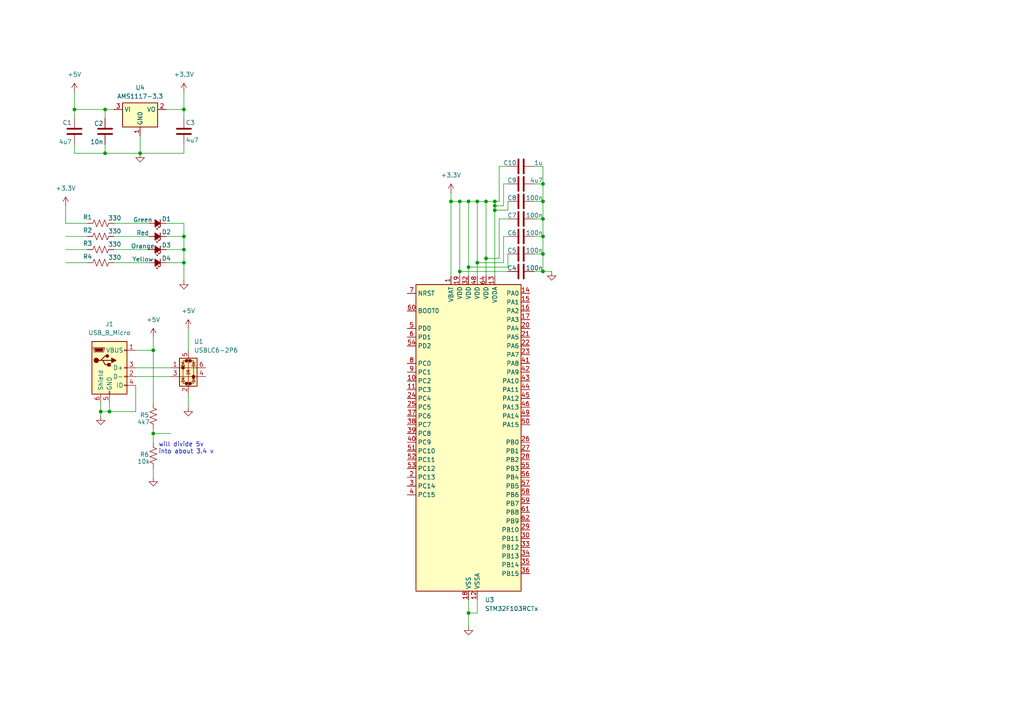
<source format=kicad_sch>
(kicad_sch (version 20231120) (generator "eeschema") (generator_version "8.0")
  (paper "A4")
  (title_block (title "Black Magic RC") (date "2025-01-15") (rev "0") (company "AHAH_TERROR"))
  (lib_symbols
    (symbol "Connector:USB_B_Micro" (pin_names (offset 1.016))
      (property "Reference" "J" (at -5.08 11.43 0))
      (property "Value" "USB_B_Micro" (at -5.08 8.89 0))
      (symbol "USB_B_Micro_0_1"
        (rectangle (start -5.08 -7.62) (end 5.08 7.62) (stroke (width 0.254)) (fill (type background)))
        (circle (center -3.81 2.159) (radius 0.635) (stroke (width 0.254)) (fill (type outline)))
        (circle (center -0.635 3.429) (radius 0.381) (stroke (width 0.254)) (fill (type outline)))
        (rectangle (start -0.127 -7.62) (end 0.127 -6.858))
        (polyline (pts (xy -1.905 2.159) (xy 0.635 2.159)) (stroke (width 0.254)))
        (polyline (pts (xy -3.175 2.159) (xy -2.54 2.159) (xy -1.27 3.429) (xy -0.635 3.429)) (stroke (width 0.254)))
        (polyline (pts (xy -2.54 2.159) (xy -1.905 2.159) (xy -1.27 0.889) (xy 0 0.889)) (stroke (width 0.254)))
        (polyline (pts (xy 0.635 2.794) (xy 0.635 1.524) (xy 1.905 2.159) (xy 0.635 2.794)) (stroke (width 0.254)) (fill (type outline)))
        (polyline (pts (xy -4.318 5.588) (xy -1.778 5.588) (xy -2.032 4.826) (xy -4.064 4.826) (xy -4.318 5.588)) (fill (type outline)))
        (polyline (pts (xy -4.699 5.842) (xy -4.699 5.588) (xy -4.445 4.826) (xy -4.445 4.572) (xy -1.651 4.572) (xy -1.651 4.826) (xy -1.397 5.588) (xy -1.397 5.842) (xy -4.699 5.842)))
        (rectangle (start 0.254 1.27) (end -0.508 0.508) (stroke (width 0.254)) (fill (type outline)))
        (rectangle (start 5.08 -5.207) (end 4.318 -4.953))
        (rectangle (start 5.08 -2.667) (end 4.318 -2.413))
        (rectangle (start 5.08 -0.127) (end 4.318 0.127))
        (rectangle (start 5.08 4.953) (end 4.318 5.207))
      )
      (symbol "USB_B_Micro_1_1"
        (pin power_out line (at 7.62 5.08 180) (length 2.54) (name "VBUS") (number "1"))
        (pin bidirectional line (at 7.62 -2.54 180) (length 2.54) (name "D-") (number "2"))
        (pin bidirectional line (at 7.62 0 180) (length 2.54) (name "D+") (number "3"))
        (pin passive line (at 7.62 -5.08 180) (length 2.54) (name "ID") (number "4"))
        (pin power_out line (at 0 -10.16 90) (length 2.54) (name "GND") (number "5"))
        (pin passive line (at -2.54 -10.16 90) (length 2.54) (name "Shield") (number "6"))
      )
    )
    (symbol "Device:C" (pin_numbers hide) (pin_names (offset 0.254))
      (property "Reference" "C" (at 0.635 2.54 0))
      (property "Value" "C" (at 0.635 -2.54 0))
      (symbol "C_0_1"
        (polyline (pts (xy -2.032 -0.762) (xy 2.032 -0.762)) (stroke (width 0.508)))
        (polyline (pts (xy -2.032 0.762) (xy 2.032 0.762)) (stroke (width 0.508)))
      )
      (symbol "C_1_1"
        (pin passive line (at 0 3.81 270) (length 2.794) (name "~") (number "1"))
        (pin passive line (at 0 -3.81 90) (length 2.794) (name "~") (number "2"))
      )
    )
    (symbol "Device:Crystal_GND2_Small" (pin_names (offset 1.016) hide)
      (property "Reference" "Y" (at 0 5.08 0))
      (property "Value" "Crystal_GND2_Small" (at 0 3.175 0))
      (symbol "Crystal_GND2_Small_0_1"
        (rectangle (start -0.762 -1.524) (end 0.762 1.524))
        (polyline (pts (xy -1.27 -0.762) (xy -1.27 0.762)) (stroke (width 0.381)))
        (polyline (pts (xy 1.27 -0.762) (xy 1.27 0.762)) (stroke (width 0.381)))
        (polyline (pts (xy -1.27 -1.27) (xy -1.27 -1.905) (xy 1.27 -1.905) (xy 1.27 -1.27)))
      )
      (symbol "Crystal_GND2_Small_1_1"
        (pin passive line (at -2.54 0 0) (length 1.27) (name "1") (number "1"))
        (pin passive line (at 0 -2.54 90) (length 0.635) (name "2") (number "2"))
        (pin passive line (at 2.54 0 180) (length 1.27) (name "3") (number "3"))
      )
    )
    (symbol "Device:LED_Small_Filled" (pin_numbers hide) (pin_names (offset 0.254) hide)
      (property "Reference" "D" (at -1.27 3.175 0))
      (property "Value" "LED_Small_Filled" (at -4.445 -2.54 0))
      (symbol "LED_Small_Filled_0_1"
        (polyline (pts (xy -0.762 -1.016) (xy -0.762 1.016)) (stroke (width 0.254)))
        (polyline (pts (xy 1.016 0) (xy -0.762 0)))
        (polyline (pts (xy 0.762 -1.016) (xy -0.762 0) (xy 0.762 1.016) (xy 0.762 -1.016)) (stroke (width 0.254)) (fill (type outline)))
        (polyline (pts (xy 0 0.762) (xy -0.508 1.27) (xy -0.254 1.27) (xy -0.508 1.27) (xy -0.508 1.016)))
        (polyline (pts (xy 0.508 1.27) (xy 0 1.778) (xy 0.254 1.778) (xy 0 1.778) (xy 0 1.524)))
      )
      (symbol "LED_Small_Filled_1_1"
        (pin passive line (at -2.54 0 0) (length 1.778) (name "K") (number "1"))
        (pin passive line (at 2.54 0 180) (length 1.778) (name "A") (number "2"))
      )
    )
    (symbol "Device:Q_Dual_NMOS_S1G1D2S2G2D1" (pin_names (offset 0) hide)
      (property "Reference" "Q" (at 6.35 1.27 0))
      (property "Value" "Q_Dual_NMOS_S1G1D2S2G2D1" (at 19.05 -1.27 0))
      (symbol "Q_Dual_NMOS_S1G1D2S2G2D1_0_1"
        (polyline (pts (xy 0.254 0) (xy -2.54 0)))
        (polyline (pts (xy 0.254 1.905) (xy 0.254 -1.905)) (stroke (width 0.254)))
        (polyline (pts (xy 0.762 -1.27) (xy 0.762 -2.286)) (stroke (width 0.254)))
        (polyline (pts (xy 0.762 0.508) (xy 0.762 -0.508)) (stroke (width 0.254)))
        (polyline (pts (xy 0.762 2.286) (xy 0.762 1.27)) (stroke (width 0.254)))
        (polyline (pts (xy 2.54 2.54) (xy 2.54 1.778)))
        (polyline (pts (xy 2.54 -2.54) (xy 2.54 0) (xy 0.762 0)))
        (polyline (pts (xy 0.762 -1.778) (xy 3.302 -1.778) (xy 3.302 1.778) (xy 0.762 1.778)))
        (polyline (pts (xy 1.016 0) (xy 2.032 0.381) (xy 2.032 -0.381) (xy 1.016 0)) (fill (type outline)))
        (polyline (pts (xy 2.794 0.508) (xy 2.921 0.381) (xy 3.683 0.381) (xy 3.81 0.254)))
        (polyline (pts (xy 3.302 0.381) (xy 2.921 -0.254) (xy 3.683 -0.254) (xy 3.302 0.381)))
        (circle (center 1.651 0) (radius 2.794) (stroke (width 0.254)))
        (circle (center 2.54 -1.778) (radius 0.254) (fill (type outline)))
        (circle (center 2.54 1.778) (radius 0.254) (fill (type outline)))
      )
      (symbol "Q_Dual_NMOS_S1G1D2S2G2D1_1_1"
        (pin passive line (at 2.54 -5.08 90) (length 2.54) (name "S") (number "1"))
        (pin input line (at -5.08 0 0) (length 2.54) (name "G") (number "2"))
        (pin passive line (at 2.54 5.08 270) (length 2.54) (name "D") (number "6"))
      )
      (symbol "Q_Dual_NMOS_S1G1D2S2G2D1_2_1"
        (pin passive line (at 2.54 5.08 270) (length 2.54) (name "D") (number "3"))
        (pin passive line (at 2.54 -5.08 90) (length 2.54) (name "S") (number "4"))
        (pin input line (at -5.08 0 0) (length 2.54) (name "G") (number "5"))
      )
    )
    (symbol "Device:Q_Dual_PMOS_S1G1D2S2G2D1" (pin_names (offset 0) hide)
      (property "Reference" "Q" (at 6.35 1.27 0))
      (property "Value" "Q_Dual_PMOS_S1G1D2S2G2D1" (at 19.05 -1.27 0))
      (symbol "Q_Dual_PMOS_S1G1D2S2G2D1_0_1"
        (polyline (pts (xy 0.254 0) (xy -2.54 0)))
        (polyline (pts (xy 0.254 1.905) (xy 0.254 -1.905)) (stroke (width 0.254)))
        (polyline (pts (xy 0.762 -1.27) (xy 0.762 -2.286)) (stroke (width 0.254)))
        (polyline (pts (xy 0.762 0.508) (xy 0.762 -0.508)) (stroke (width 0.254)))
        (polyline (pts (xy 0.762 2.286) (xy 0.762 1.27)) (stroke (width 0.254)))
        (polyline (pts (xy 2.54 2.54) (xy 2.54 1.778)))
        (polyline (pts (xy 2.54 -2.54) (xy 2.54 0) (xy 0.762 0)))
        (polyline (pts (xy 0.762 1.778) (xy 3.302 1.778) (xy 3.302 -1.778) (xy 0.762 -1.778)))
        (polyline (pts (xy 2.286 0) (xy 1.27 0.381) (xy 1.27 -0.381) (xy 2.286 0)) (fill (type outline)))
        (polyline (pts (xy 2.794 -0.508) (xy 2.921 -0.381) (xy 3.683 -0.381) (xy 3.81 -0.254)))
        (polyline (pts (xy 3.302 -0.381) (xy 2.921 0.254) (xy 3.683 0.254) (xy 3.302 -0.381)))
        (circle (center 1.651 0) (radius 2.794) (stroke (width 0.254)))
        (circle (center 2.54 -1.778) (radius 0.254) (fill (type outline)))
        (circle (center 2.54 1.778) (radius 0.254) (fill (type outline)))
      )
      (symbol "Q_Dual_PMOS_S1G1D2S2G2D1_1_1"
        (pin passive line (at 2.54 -5.08 90) (length 2.54) (name "S") (number "1"))
        (pin input line (at -5.08 0 0) (length 2.54) (name "G") (number "2"))
        (pin passive line (at 2.54 5.08 270) (length 2.54) (name "D") (number "6"))
      )
      (symbol "Q_Dual_PMOS_S1G1D2S2G2D1_2_1"
        (pin passive line (at 2.54 5.08 270) (length 2.54) (name "D") (number "3"))
        (pin passive line (at 2.54 -5.08 90) (length 2.54) (name "S") (number "4"))
        (pin input line (at -5.08 0 0) (length 2.54) (name "G") (number "5"))
      )
    )
    (symbol "Device:R_US" (pin_numbers hide) (pin_names (offset 0))
      (property "Reference" "R" (at 2.54 0 90))
      (property "Value" "R_US" (at -2.54 0 90))
      (symbol "R_US_0_1"
        (polyline (pts (xy 0 -2.286) (xy 0 -2.54)))
        (polyline (pts (xy 0 2.286) (xy 0 2.54)))
        (polyline (pts (xy 0 -0.762) (xy 1.016 -1.143) (xy 0 -1.524) (xy -1.016 -1.905) (xy 0 -2.286)))
        (polyline (pts (xy 0 0.762) (xy 1.016 0.381) (xy 0 0) (xy -1.016 -0.381) (xy 0 -0.762)))
        (polyline (pts (xy 0 2.286) (xy 1.016 1.905) (xy 0 1.524) (xy -1.016 1.143) (xy 0 0.762)))
      )
      (symbol "R_US_1_1"
        (pin passive line (at 0 3.81 270) (length 1.27) (name "~") (number "1"))
        (pin passive line (at 0 -3.81 90) (length 1.27) (name "~") (number "2"))
      )
    )
    (symbol "Logic_LevelTranslator:SN74LVC2T45DCUR"
      (property "Reference" "U" (at -6.35 11.43 0))
      (property "Value" "SN74LVC2T45DCUR" (at 3.81 11.43 0))
      (symbol "SN74LVC2T45DCUR_0_1"
        (rectangle (start -7.62 10.16) (end 7.62 -10.16) (stroke (width 0.254)) (fill (type background)))
        (polyline (pts (xy -2.54 2.54) (xy -2.54 3.556) (xy -0.762 3.556)))
        (polyline (pts (xy 2.794 2.54) (xy 2.794 1.524) (xy 1.016 1.524)))
        (polyline (pts (xy -0.762 1.524) (xy -2.54 1.524) (xy -2.54 2.54) (xy -4.572 2.54)))
        (polyline (pts (xy -0.762 2.54) (xy -0.762 4.572) (xy 1.016 3.556) (xy -0.762 2.54)))
        (polyline (pts (xy 1.016 3.556) (xy 2.794 3.556) (xy 2.794 2.54) (xy 4.064 2.54)))
        (polyline (pts (xy 1.016 2.54) (xy 1.016 0.762) (xy 1.016 0.508) (xy -0.762 1.524) (xy 1.016 2.54)))
      )
      (symbol "SN74LVC2T45DCUR_1_1"
        (polyline (pts (xy -2.54 -2.54) (xy -2.54 -1.524) (xy -0.762 -1.524)))
        (polyline (pts (xy 2.794 -2.54) (xy 2.794 -3.556) (xy 1.016 -3.556)))
        (polyline (pts (xy -0.762 -3.556) (xy -2.54 -3.556) (xy -2.54 -2.54) (xy -4.572 -2.54)))
        (polyline (pts (xy -0.762 -2.54) (xy -0.762 -0.508) (xy 1.016 -1.524) (xy -0.762 -2.54)))
        (polyline (pts (xy 1.016 -1.524) (xy 2.794 -1.524) (xy 2.794 -2.54) (xy 4.064 -2.54)))
        (polyline (pts (xy 1.016 -2.54) (xy 1.016 -4.318) (xy 1.016 -4.572) (xy -0.762 -3.556) (xy 1.016 -2.54)))
        (pin power_in line (at -2.54 12.7 270) (length 2.54) (name "VCCA") (number "1"))
        (pin bidirectional line (at -10.16 2.54 0) (length 2.54) (name "A1") (number "2"))
        (pin bidirectional line (at -10.16 -2.54 0) (length 2.54) (name "A2") (number "3"))
        (pin power_in line (at 0 -12.7 90) (length 2.54) (name "GND") (number "4"))
        (pin input line (at -10.16 -7.62 0) (length 2.54) (name "DIR") (number "5"))
        (pin bidirectional line (at 10.16 -2.54 180) (length 2.54) (name "B2") (number "6"))
        (pin bidirectional line (at 10.16 2.54 180) (length 2.54) (name "B1") (number "7"))
        (pin power_in line (at 2.54 12.7 270) (length 2.54) (name "VCCB") (number "8"))
      )
    )
    (symbol "MCU_ST_STM32F1:STM32F103RCTx"
      (property "Reference" "U" (at -15.24 46.99 0))
      (property "Value" "STM32F103RCTx" (at 10.16 46.99 0))
      (symbol "STM32F103RCTx_0_1"
        (rectangle (start -15.24 -43.18) (end 15.24 45.72) (stroke (width 0.254)) (fill (type background)))
      )
      (symbol "STM32F103RCTx_1_1"
        (pin power_in line (at -5.08 48.26 270) (length 2.54) (name "VBAT") (number "1"))
        (pin bidirectional line (at -17.78 17.78 0) (length 2.54) (name "PC2") (number "10"))
        (pin bidirectional line (at -17.78 15.24 0) (length 2.54) (name "PC3") (number "11"))
        (pin power_in line (at 2.54 -45.72 90) (length 2.54) (name "VSSA") (number "12"))
        (pin power_in line (at 7.62 48.26 270) (length 2.54) (name "VDDA") (number "13"))
        (pin bidirectional line (at 17.78 43.18 180) (length 2.54) (name "PA0") (number "14"))
        (pin bidirectional line (at 17.78 40.64 180) (length 2.54) (name "PA1") (number "15"))
        (pin bidirectional line (at 17.78 38.1 180) (length 2.54) (name "PA2") (number "16"))
        (pin bidirectional line (at 17.78 35.56 180) (length 2.54) (name "PA3") (number "17"))
        (pin power_in line (at 0 -45.72 90) (length 2.54) (name "VSS") (number "18"))
        (pin power_in line (at -2.54 48.26 270) (length 2.54) (name "VDD") (number "19"))
        (pin bidirectional line (at -17.78 -10.16 0) (length 2.54) (name "PC13") (number "2"))
        (pin bidirectional line (at 17.78 33.02 180) (length 2.54) (name "PA4") (number "20"))
        (pin bidirectional line (at 17.78 30.48 180) (length 2.54) (name "PA5") (number "21"))
        (pin bidirectional line (at 17.78 27.94 180) (length 2.54) (name "PA6") (number "22"))
        (pin bidirectional line (at 17.78 25.4 180) (length 2.54) (name "PA7") (number "23"))
        (pin bidirectional line (at -17.78 12.7 0) (length 2.54) (name "PC4") (number "24"))
        (pin bidirectional line (at -17.78 10.16 0) (length 2.54) (name "PC5") (number "25"))
        (pin bidirectional line (at 17.78 0 180) (length 2.54) (name "PB0") (number "26"))
        (pin bidirectional line (at 17.78 -2.54 180) (length 2.54) (name "PB1") (number "27"))
        (pin bidirectional line (at 17.78 -5.08 180) (length 2.54) (name "PB2") (number "28"))
        (pin bidirectional line (at 17.78 -25.4 180) (length 2.54) (name "PB10") (number "29"))
        (pin bidirectional line (at -17.78 -12.7 0) (length 2.54) (name "PC14") (number "3"))
        (pin bidirectional line (at 17.78 -27.94 180) (length 2.54) (name "PB11") (number "30"))
        (pin passive line (at 0 -45.72 90) (length 2.54) hide (name "VSS") (number "31"))
        (pin power_in line (at 0 48.26 270) (length 2.54) (name "VDD") (number "32"))
        (pin bidirectional line (at 17.78 -30.48 180) (length 2.54) (name "PB12") (number "33"))
        (pin bidirectional line (at 17.78 -33.02 180) (length 2.54) (name "PB13") (number "34"))
        (pin bidirectional line (at 17.78 -35.56 180) (length 2.54) (name "PB14") (number "35"))
        (pin bidirectional line (at 17.78 -38.1 180) (length 2.54) (name "PB15") (number "36"))
        (pin bidirectional line (at -17.78 7.62 0) (length 2.54) (name "PC6") (number "37"))
        (pin bidirectional line (at -17.78 5.08 0) (length 2.54) (name "PC7") (number "38"))
        (pin bidirectional line (at -17.78 2.54 0) (length 2.54) (name "PC8") (number "39"))
        (pin bidirectional line (at -17.78 -15.24 0) (length 2.54) (name "PC15") (number "4"))
        (pin bidirectional line (at -17.78 0 0) (length 2.54) (name "PC9") (number "40"))
        (pin bidirectional line (at 17.78 22.86 180) (length 2.54) (name "PA8") (number "41"))
        (pin bidirectional line (at 17.78 20.32 180) (length 2.54) (name "PA9") (number "42"))
        (pin bidirectional line (at 17.78 17.78 180) (length 2.54) (name "PA10") (number "43"))
        (pin bidirectional line (at 17.78 15.24 180) (length 2.54) (name "PA11") (number "44"))
        (pin bidirectional line (at 17.78 12.7 180) (length 2.54) (name "PA12") (number "45"))
        (pin bidirectional line (at 17.78 10.16 180) (length 2.54) (name "PA13") (number "46"))
        (pin passive line (at 0 -45.72 90) (length 2.54) hide (name "VSS") (number "47"))
        (pin power_in line (at 2.54 48.26 270) (length 2.54) (name "VDD") (number "48"))
        (pin bidirectional line (at 17.78 7.62 180) (length 2.54) (name "PA14") (number "49"))
        (pin bidirectional line (at -17.78 33.02 0) (length 2.54) (name "PD0") (number "5"))
        (pin bidirectional line (at 17.78 5.08 180) (length 2.54) (name "PA15") (number "50"))
        (pin bidirectional line (at -17.78 -2.54 0) (length 2.54) (name "PC10") (number "51"))
        (pin bidirectional line (at -17.78 -5.08 0) (length 2.54) (name "PC11") (number "52"))
        (pin bidirectional line (at -17.78 -7.62 0) (length 2.54) (name "PC12") (number "53"))
        (pin bidirectional line (at -17.78 27.94 0) (length 2.54) (name "PD2") (number "54"))
        (pin bidirectional line (at 17.78 -7.62 180) (length 2.54) (name "PB3") (number "55"))
        (pin bidirectional line (at 17.78 -10.16 180) (length 2.54) (name "PB4") (number "56"))
        (pin bidirectional line (at 17.78 -12.7 180) (length 2.54) (name "PB5") (number "57"))
        (pin bidirectional line (at 17.78 -15.24 180) (length 2.54) (name "PB6") (number "58"))
        (pin bidirectional line (at 17.78 -17.78 180) (length 2.54) (name "PB7") (number "59"))
        (pin bidirectional line (at -17.78 30.48 0) (length 2.54) (name "PD1") (number "6"))
        (pin input line (at -17.78 38.1 0) (length 2.54) (name "BOOT0") (number "60"))
        (pin bidirectional line (at 17.78 -20.32 180) (length 2.54) (name "PB8") (number "61"))
        (pin bidirectional line (at 17.78 -22.86 180) (length 2.54) (name "PB9") (number "62"))
        (pin passive line (at 0 -45.72 90) (length 2.54) hide (name "VSS") (number "63"))
        (pin power_in line (at 5.08 48.26 270) (length 2.54) (name "VDD") (number "64"))
        (pin input line (at -17.78 43.18 0) (length 2.54) (name "NRST") (number "7"))
        (pin bidirectional line (at -17.78 22.86 0) (length 2.54) (name "PC0") (number "8"))
        (pin bidirectional line (at -17.78 20.32 0) (length 2.54) (name "PC1") (number "9"))
      )
    )
    (symbol "Power_Protection:USBLC6-2P6" (pin_names hide)
      (property "Reference" "U" (at 0.635 5.715 0))
      (property "Value" "USBLC6-2P6" (at 0.635 3.81 0))
      (symbol "USBLC6-2P6_0_0"
        (circle (center -1.524 0) (radius 0.0001) (stroke (width 0.508)))
        (circle (center -0.508 -4.572) (radius 0.0001) (stroke (width 0.508)))
        (circle (center -0.508 2.032) (radius 0.0001) (stroke (width 0.508)))
        (circle (center 0.508 -4.572) (radius 0.0001) (stroke (width 0.508)))
        (circle (center 0.508 2.032) (radius 0.0001) (stroke (width 0.508)))
        (circle (center 1.524 -2.54) (radius 0.0001) (stroke (width 0.508)))
      )
      (symbol "USBLC6-2P6_0_1"
        (polyline (pts (xy -2.54 -2.54) (xy 2.54 -2.54)))
        (polyline (pts (xy -2.54 0) (xy 2.54 0)))
        (polyline (pts (xy -2.032 -3.048) (xy -1.016 -3.048)))
        (polyline (pts (xy -1.016 1.524) (xy -2.032 1.524)))
        (polyline (pts (xy 1.016 -3.048) (xy 2.032 -3.048)))
        (polyline (pts (xy 1.016 1.524) (xy 2.032 1.524)))
        (polyline (pts (xy -0.508 -1.143) (xy -0.508 -0.762) (xy 0.508 -0.762)))
        (polyline (pts (xy -2.032 0.508) (xy -1.016 0.508) (xy -1.524 1.524) (xy -2.032 0.508)))
        (polyline (pts (xy -1.016 -4.064) (xy -2.032 -4.064) (xy -1.524 -3.048) (xy -1.016 -4.064)))
        (polyline (pts (xy 0.508 -1.778) (xy -0.508 -1.778) (xy 0 -0.762) (xy 0.508 -1.778)))
        (polyline (pts (xy 2.032 -4.064) (xy 1.016 -4.064) (xy 1.524 -3.048) (xy 2.032 -4.064)))
        (polyline (pts (xy 2.032 0.508) (xy 1.016 0.508) (xy 1.524 1.524) (xy 2.032 0.508)))
        (polyline (pts (xy 0 2.54) (xy -0.508 2.032) (xy 0.508 2.032) (xy 0 1.524) (xy 0 -4.064) (xy -0.508 -4.572) (xy 0.508 -4.572) (xy 0 -5.08)))
      )
      (symbol "USBLC6-2P6_1_1"
        (rectangle (start -2.54 2.794) (end 2.54 -5.334) (stroke (width 0.254)) (fill (type background)))
        (polyline (pts (xy -0.508 2.032) (xy -1.524 2.032) (xy -1.524 -4.572) (xy -0.508 -4.572)))
        (polyline (pts (xy 0.508 -4.572) (xy 1.524 -4.572) (xy 1.524 2.032) (xy 0.508 2.032)))
        (pin passive line (at -5.08 0 0) (length 2.54) (name "I/O1") (number "1"))
        (pin passive line (at 0 -7.62 90) (length 2.54) (name "GND") (number "2"))
        (pin passive line (at -5.08 -2.54 0) (length 2.54) (name "I/O2") (number "3"))
        (pin passive line (at 5.08 -2.54 180) (length 2.54) (name "I/O2") (number "4"))
        (pin passive line (at 0 5.08 270) (length 2.54) (name "VBUS") (number "5"))
        (pin passive line (at 5.08 0 180) (length 2.54) (name "I/O1") (number "6"))
      )
    )
    (symbol "Regulator_Linear:AMS1117-3.3"
      (property "Reference" "U" (at -3.81 3.175 0))
      (property "Value" "AMS1117-3.3" (at 0 3.175 0))
      (symbol "AMS1117-3.3_0_1"
        (rectangle (start -5.08 -5.08) (end 5.08 1.905) (stroke (width 0.254)) (fill (type background)))
      )
      (symbol "AMS1117-3.3_1_1"
        (pin power_in line (at 0 -7.62 90) (length 2.54) (name "GND") (number "1"))
        (pin power_out line (at 7.62 0 180) (length 2.54) (name "VO") (number "2"))
        (pin power_in line (at -7.62 0 0) (length 2.54) (name "VI") (number "3"))
      )
    )
    (symbol "Switch:SW_SPST" (pin_names (offset 0) hide)
      (property "Reference" "SW" (at 0 3.175 0))
      (property "Value" "SW_SPST" (at 0 -2.54 0))
      (symbol "SW_SPST_0_0"
        (circle (center -2.032 0) (radius 0.508))
        (polyline (pts (xy -1.524 0.254) (xy 1.524 1.778)))
        (circle (center 2.032 0) (radius 0.508))
      )
      (symbol "SW_SPST_1_1"
        (pin passive line (at -5.08 0 0) (length 2.54) (name "A") (number "1"))
        (pin passive line (at 5.08 0 180) (length 2.54) (name "B") (number "2"))
      )
    )
    (symbol "power:+3.3V" (power) (pin_numbers hide) (pin_names (offset 0) hide)
      (property "Value" "+3.3V" (at 0 3.556 0))
      (symbol "+3.3V_0_1"
        (polyline (pts (xy -0.762 1.27) (xy 0 2.54)))
        (polyline (pts (xy 0 0) (xy 0 2.54)))
        (polyline (pts (xy 0 2.54) (xy 0.762 1.27)))
      )
      (symbol "+3.3V_1_1"
        (pin power_in line (at 0 0 90) (length 0) (name "~") (number "1"))
      )
    )
    (symbol "power:+5V" (power) (pin_numbers hide) (pin_names (offset 0) hide)
      (property "Value" "+5V" (at 0 3.556 0))
      (symbol "+5V_0_1"
        (polyline (pts (xy -0.762 1.27) (xy 0 2.54)))
        (polyline (pts (xy 0 0) (xy 0 2.54)))
        (polyline (pts (xy 0 2.54) (xy 0.762 1.27)))
      )
      (symbol "+5V_1_1"
        (pin power_in line (at 0 0 90) (length 0) (name "~") (number "1"))
      )
    )
    (symbol "power:GND" (power) (pin_numbers hide) (pin_names (offset 0) hide)
      (property "Value" "GND" (at 0 -3.81 0))
      (symbol "GND_0_1"
        (polyline (pts (xy 0 0) (xy 0 -1.27) (xy 1.27 -1.27) (xy 0 -2.54) (xy -1.27 -1.27) (xy 0 -1.27)))
      )
      (symbol "GND_1_1"
        (pin power_in line (at 0 0 270) (length 0) (name "~") (number "1"))
      )
    )
  )
  (junction (at 143.51 58.42))
  (junction (at 143.51 60.96))
  (junction (at 140.97 58.42))
  (junction (at 157.48 68.58))
  (junction (at 133.35 58.42))
  (junction (at 157.48 73.66))
  (junction (at 30.48 44.45))
  (junction (at 40.64 44.45))
  (junction (at 135.89 77.47))
  (junction (at 157.48 58.42))
  (junction (at 138.43 58.42))
  (junction (at 157.48 53.34))
  (junction (at 140.97 74.93))
  (junction (at 130.81 58.42))
  (junction (at 157.48 78.74))
  (junction (at 53.34 68.58))
  (junction (at 133.35 78.74))
  (junction (at 138.43 76.2))
  (junction (at 135.89 177.8))
  (junction (at 44.45 125.73))
  (junction (at 30.48 31.75))
  (junction (at 143.51 59.69))
  (junction (at 44.45 101.6))
  (junction (at 53.34 76.2))
  (junction (at 21.59 31.75))
  (junction (at 157.48 63.5))
  (junction (at 53.34 72.39))
  (junction (at 53.34 31.75))
  (junction (at 31.75 119.38))
  (junction (at 29.21 119.38))
  (junction (at 135.89 58.42))
  (wire (pts (xy 31.75 119.38) (xy 39.37 119.38)))
  (wire (pts (xy 21.59 44.45) (xy 30.48 44.45)))
  (wire (pts (xy 133.35 78.74) (xy 133.35 80.01)))
  (wire (pts (xy 53.34 34.29) (xy 53.34 31.75)))
  (wire (pts (xy 143.51 59.69) (xy 143.51 60.96)))
  (wire (pts (xy 143.51 60.96) (xy 147.32 60.96)))
  (wire (pts (xy 33.02 68.58) (xy 43.18 68.58)))
  (wire (pts (xy 157.48 68.58) (xy 157.48 73.66)))
  (wire (pts (xy 29.21 119.38) (xy 31.75 119.38)))
  (wire (pts (xy 53.34 31.75) (xy 53.34 26.67)))
  (wire (pts (xy 157.48 48.26) (xy 154.94 48.26)))
  (wire (pts (xy 19.05 68.58) (xy 25.4 68.58)))
  (wire (pts (xy 144.78 58.42) (xy 144.78 48.26)))
  (wire (pts (xy 31.75 116.84) (xy 31.75 119.38)))
  (wire (pts (xy 146.05 53.34) (xy 147.32 53.34)))
  (wire (pts (xy 135.89 77.47) (xy 135.89 80.01)))
  (wire (pts (xy 48.26 64.77) (xy 53.34 64.77)))
  (wire (pts (xy 44.45 125.73) (xy 49.53 125.73)))
  (wire (pts (xy 53.34 64.77) (xy 53.34 68.58)))
  (wire (pts (xy 143.51 59.69) (xy 146.05 59.69)))
  (wire (pts (xy 143.51 58.42) (xy 144.78 58.42)))
  (wire (pts (xy 140.97 58.42) (xy 143.51 58.42)))
  (wire (pts (xy 160.02 78.74) (xy 157.48 78.74)))
  (wire (pts (xy 135.89 177.8) (xy 138.43 177.8)))
  (wire (pts (xy 130.81 55.88) (xy 130.81 58.42)))
  (wire (pts (xy 157.48 63.5) (xy 154.94 63.5)))
  (wire (pts (xy 40.64 39.37) (xy 40.64 44.45)))
  (wire (pts (xy 157.48 48.26) (xy 157.48 53.34)))
  (wire (pts (xy 130.81 58.42) (xy 133.35 58.42)))
  (wire (pts (xy 39.37 111.76) (xy 39.37 119.38)))
  (wire (pts (xy 19.05 64.77) (xy 25.4 64.77)))
  (wire (pts (xy 144.78 63.5) (xy 147.32 63.5)))
  (wire (pts (xy 138.43 58.42) (xy 140.97 58.42)))
  (wire (pts (xy 157.48 63.5) (xy 157.48 68.58)))
  (wire (pts (xy 30.48 44.45) (xy 40.64 44.45)))
  (wire (pts (xy 157.48 53.34) (xy 157.48 58.42)))
  (wire (pts (xy 19.05 76.2) (xy 25.4 76.2)))
  (wire (pts (xy 48.26 68.58) (xy 53.34 68.58)))
  (wire (pts (xy 146.05 76.2) (xy 146.05 68.58)))
  (wire (pts (xy 44.45 135.89) (xy 44.45 138.43)))
  (wire (pts (xy 21.59 41.91) (xy 21.59 44.45)))
  (wire (pts (xy 157.48 78.74) (xy 154.94 78.74)))
  (wire (pts (xy 19.05 59.69) (xy 19.05 64.77)))
  (wire (pts (xy 44.45 101.6) (xy 44.45 116.84)))
  (wire (pts (xy 140.97 74.93) (xy 144.78 74.93)))
  (wire (pts (xy 48.26 72.39) (xy 53.34 72.39)))
  (wire (pts (xy 30.48 31.75) (xy 30.48 34.29)))
  (wire (pts (xy 21.59 31.75) (xy 30.48 31.75)))
  (wire (pts (xy 138.43 76.2) (xy 146.05 76.2)))
  (wire (pts (xy 157.48 58.42) (xy 154.94 58.42)))
  (wire (pts (xy 39.37 109.22) (xy 49.53 109.22)))
  (wire (pts (xy 53.34 72.39) (xy 53.34 76.2)))
  (wire (pts (xy 143.51 60.96) (xy 143.51 80.01)))
  (wire (pts (xy 140.97 58.42) (xy 140.97 74.93)))
  (wire (pts (xy 54.61 95.25) (xy 54.61 101.6)))
  (wire (pts (xy 48.26 31.75) (xy 53.34 31.75)))
  (wire (pts (xy 144.78 74.93) (xy 144.78 63.5)))
  (wire (pts (xy 53.34 68.58) (xy 53.34 72.39)))
  (wire (pts (xy 33.02 72.39) (xy 43.18 72.39)))
  (wire (pts (xy 33.02 64.77) (xy 43.18 64.77)))
  (wire (pts (xy 133.35 58.42) (xy 133.35 78.74)))
  (wire (pts (xy 29.21 119.38) (xy 29.21 120.65)))
  (wire (pts (xy 135.89 177.8) (xy 135.89 181.61)))
  (wire (pts (xy 157.48 73.66) (xy 157.48 78.74)))
  (wire (pts (xy 48.26 76.2) (xy 53.34 76.2)))
  (wire (pts (xy 138.43 76.2) (xy 138.43 80.01)))
  (wire (pts (xy 133.35 58.42) (xy 135.89 58.42)))
  (wire (pts (xy 140.97 74.93) (xy 140.97 80.01)))
  (wire (pts (xy 30.48 41.91) (xy 30.48 44.45)))
  (wire (pts (xy 133.35 78.74) (xy 147.32 78.74)))
  (wire (pts (xy 135.89 58.42) (xy 135.89 77.47)))
  (wire (pts (xy 135.89 173.99) (xy 135.89 177.8)))
  (wire (pts (xy 157.48 73.66) (xy 154.94 73.66)))
  (wire (pts (xy 147.32 77.47) (xy 147.32 73.66)))
  (wire (pts (xy 44.45 97.79) (xy 44.45 101.6)))
  (wire (pts (xy 53.34 44.45) (xy 53.34 41.91)))
  (wire (pts (xy 146.05 68.58) (xy 147.32 68.58)))
  (wire (pts (xy 157.48 68.58) (xy 154.94 68.58)))
  (wire (pts (xy 144.78 48.26) (xy 147.32 48.26)))
  (wire (pts (xy 33.02 76.2) (xy 43.18 76.2)))
  (wire (pts (xy 44.45 125.73) (xy 44.45 128.27)))
  (wire (pts (xy 39.37 106.68) (xy 49.53 106.68)))
  (wire (pts (xy 39.37 101.6) (xy 44.45 101.6)))
  (wire (pts (xy 130.81 58.42) (xy 130.81 80.01)))
  (wire (pts (xy 157.48 58.42) (xy 157.48 63.5)))
  (wire (pts (xy 146.05 59.69) (xy 146.05 53.34)))
  (wire (pts (xy 19.05 72.39) (xy 25.4 72.39)))
  (wire (pts (xy 44.45 124.46) (xy 44.45 125.73)))
  (wire (pts (xy 21.59 26.67) (xy 21.59 31.75)))
  (wire (pts (xy 21.59 34.29) (xy 21.59 31.75)))
  (wire (pts (xy 138.43 173.99) (xy 138.43 177.8)))
  (wire (pts (xy 157.48 53.34) (xy 154.94 53.34)))
  (wire (pts (xy 40.64 44.45) (xy 53.34 44.45)))
  (wire (pts (xy 138.43 58.42) (xy 138.43 76.2)))
  (wire (pts (xy 143.51 58.42) (xy 143.51 59.69)))
  (wire (pts (xy 53.34 76.2) (xy 53.34 81.28)))
  (wire (pts (xy 147.32 60.96) (xy 147.32 58.42)))
  (wire (pts (xy 135.89 58.42) (xy 138.43 58.42)))
  (wire (pts (xy 29.21 116.84) (xy 29.21 119.38)))
  (wire (pts (xy 135.89 77.47) (xy 147.32 77.47)))
  (wire (pts (xy 54.61 118.11) (xy 54.61 114.3)))
  (wire (pts (xy 30.48 31.75) (xy 33.02 31.75)))
  (text "will divide 5v \ninto about 3.4 v" (at 45.974 130.048 0) (effects (font (size 1.27 1.27)) (justify left)))
  (symbol (lib_id "Device:C") (at 151.13 78.74 90) (mirror x) (unit 1)
    (property "Reference" "C4" (at 149.86 77.724 90) (effects (justify left)))
    (property "Value" "100n" (at 157.48 77.724 90) (effects (justify left)))
    (property "Description" "Unpolarized capacitor" (effects (hide yes)))
  )
  (symbol (lib_id "power:GND") (at 160.02 78.74 0) (unit 1)
    (property "Reference" "#PWR013" (effects (hide yes)))
    (property "Value" "GND" (effects (hide yes)))
    (property "Description" "Power symbol creates a global label with name \"GND\" , ground" (effects (hide yes)))
  )
  (symbol (lib_id "Device:LED_Small_Filled") (at 45.72 72.39 180) (unit 1)
    (property "Reference" "D3" (at 48.26 71.12 0))
    (property "Value" "Orange" (at 41.402 71.374 0))
    (property "Description" "Light emitting diode, small symbol, filled shape" (effects (hide yes)))
  )
  (symbol (lib_id "power:GND") (at 135.89 181.61 0) (unit 1)
    (property "Reference" "#PWR011" (effects (hide yes)))
    (property "Value" "GND" (effects (hide yes)))
    (property "Description" "Power symbol creates a global label with name \"GND\" , ground" (effects (hide yes)))
  )
  (symbol (lib_id "MCU_ST_STM32F1:STM32F103RCTx") (at 135.89 128.27 0) (unit 1)
    (property "Reference" "U3" (at 140.6241 173.99 0) (effects (justify left)))
    (property "Value" "STM32F103RCTx" (at 140.6241 176.53 0) (effects (justify left)))
    (property "Footprint" "Package_QFP:LQFP-64_10x10mm_P0.5mm" (effects (hide yes)))
    (property "Datasheet" "https://www.st.com/resource/en/datasheet/stm32f103rc.pdf" (effects (hide yes)))
    (property "Description" "STMicroelectronics Arm Cortex-M3 MCU, 256KB flash, 48KB RAM, 72 MHz, 2.0-3.6V, 51 GPIO, LQFP64" (effects (hide yes)))
  )
  (symbol (lib_id "Connector:USB_B_Micro") (at 31.75 106.68 0) (unit 1)
    (property "Reference" "J1" (at 31.75 93.98 0))
    (property "Value" "USB_B_Micro" (at 31.75 96.52 0))
    (property "Footprint" "Connector_USB:USB_Mini-B_Wuerth_65100516121_Horizontal" (effects (hide yes)))
    (property "Description" "USB Micro Type B connector" (effects (hide yes)))
  )
  (symbol (lib_id "Switch:SW_SPST") (at 44.45 -107.95 0) (unit 1)
    (property "Reference" "SW1" (at 44.45 -114.3 0))
    (property "Value" "SW_SPST" (at 44.45 -111.76 0))
    (property "Description" "Single Pole Single Throw (SPST) switch" (effects (hide yes)))
  )
  (symbol (lib_id "Logic_LevelTranslator:SN74LVC2T45DCUR") (at 81.28 -115.57 0) (unit 1)
    (property "Reference" "U2" (at 83.4741 -102.87 0) (effects (justify left)))
    (property "Value" "SN74LVC2T45DCUR" (at 83.4741 -100.33 0) (effects (justify left)))
    (property "Footprint" "Package_SO:VSSOP-8_2.4x2.1mm_P0.5mm" (effects (hide yes)))
    (property "Datasheet" "http://www.ti.com/lit/ds/symlink/sn74lvc2t45.pdf" (effects (hide yes)))
    (property "Description" "Dual-Bit Dual-Supply Bus Transceiver With Configurable Voltage Translation and 3-State Outputs, VSSOP-8" (effects (hide yes)))
  )
  (symbol (lib_id "Device:C") (at 151.13 48.26 90) (mirror x) (unit 1)
    (property "Reference" "C10" (at 149.86 47.244 90) (effects (justify left)))
    (property "Value" "1u" (at 157.48 47.244 90) (effects (justify left)))
    (property "Description" "Unpolarized capacitor" (effects (hide yes)))
  )
  (symbol (lib_id "power:+3.3V") (at 53.34 26.67 0) (unit 1)
    (property "Reference" "#PWR02" (effects (hide yes)))
    (property "Value" "+3.3V" (at 53.34 21.59 0))
    (property "Description" "Power symbol creates a global label with name \"+3.3V\"" (effects (hide yes)))
  )
  (symbol (lib_id "power:+3.3V") (at 130.81 55.88 0) (unit 1)
    (property "Reference" "#PWR012" (effects (hide yes)))
    (property "Value" "+3.3V" (at 130.81 50.8 0))
    (property "Description" "Power symbol creates a global label with name \"+3.3V\"" (effects (hide yes)))
  )
  (symbol (lib_id "Device:C") (at 21.59 38.1 0) (mirror y) (unit 1)
    (property "Reference" "C1" (at 20.828 35.56 0) (effects (justify left)))
    (property "Value" "4u7" (at 20.828 41.148 0) (effects (justify left)))
    (property "Description" "Unpolarized capacitor" (effects (hide yes)))
  )
  (symbol (lib_id "Device:C") (at 30.48 38.1 0) (mirror y) (unit 1)
    (property "Reference" "C2" (at 29.972 35.814 0) (effects (justify left)))
    (property "Value" "10n" (at 29.972 41.148 0) (effects (justify left)))
    (property "Description" "Unpolarized capacitor" (effects (hide yes)))
  )
  (symbol (lib_id "Regulator_Linear:AMS1117-3.3") (at 40.64 31.75 0) (unit 1)
    (property "Reference" "U4" (at 40.64 25.4 0))
    (property "Value" "AMS1117-3.3" (at 40.64 27.94 0))
    (property "Footprint" "Package_TO_SOT_SMD:SOT-223-3_TabPin2" (effects (hide yes)))
    (property "Datasheet" "http://www.advanced-monolithic.com/pdf/ds1117.pdf" (effects (hide yes)))
    (property "Description" "1A Low Dropout regulator, positive, 3.3V fixed output, SOT-223" (effects (hide yes)))
  )
  (symbol (lib_id "Device:R_US") (at 44.45 132.08 180) (unit 1)
    (property "Reference" "R6" (at 41.91 131.826 0))
    (property "Value" "10k" (at 41.656 133.858 0))
    (property "Description" "Resistor, US symbol" (effects (hide yes)))
  )
  (symbol (lib_id "power:GND") (at 44.45 138.43 0) (unit 1)
    (property "Reference" "#PWR010" (effects (hide yes)))
    (property "Value" "GND" (effects (hide yes)))
    (property "Description" "Power symbol creates a global label with name \"GND\" , ground" (effects (hide yes)))
  )
  (symbol (lib_id "power:GND") (at 53.34 81.28 0) (unit 1)
    (property "Reference" "#PWR05" (effects (hide yes)))
    (property "Value" "GND" (effects (hide yes)))
    (property "Description" "Power symbol creates a global label with name \"GND\" , ground" (effects (hide yes)))
  )
  (symbol (lib_id "Device:C") (at 151.13 53.34 90) (mirror x) (unit 1)
    (property "Reference" "C9" (at 149.86 52.324 90) (effects (justify left)))
    (property "Value" "4u7" (at 157.48 52.324 90) (effects (justify left)))
    (property "Description" "Unpolarized capacitor" (effects (hide yes)))
  )
  (symbol (lib_id "Device:LED_Small_Filled") (at 45.72 64.77 180) (unit 1)
    (property "Reference" "D1" (at 48.26 63.5 0))
    (property "Value" "Green" (at 41.402 63.754 0))
    (property "Description" "Light emitting diode, small symbol, filled shape" (effects (hide yes)))
  )
  (symbol (lib_id "power:GND") (at 29.21 120.65 0) (unit 1)
    (property "Reference" "#PWR06" (effects (hide yes)))
    (property "Value" "GND" (effects (hide yes)))
    (property "Description" "Power symbol creates a global label with name \"GND\" , ground" (effects (hide yes)))
  )
  (symbol (lib_id "Device:Q_Dual_PMOS_S1G1D2S2G2D1") (at 95.25 -6.35 0) (unit 2)
    (property "Reference" "Q2" (at 101.6 -7.6201 0) (effects (justify left)))
    (property "Value" "DMG1023UV" (at 101.6 -5.0801 0) (effects (justify left)))
    (property "Footprint" "Package_TO_SOT_SMD:SOT-363_SC-70-6_Handsoldering" (effects (hide yes)))
    (property "Description" "Dual PMOS transistor, 6 pin package" (effects (hide yes)))
  )
  (symbol (lib_id "Device:R_US") (at 29.21 68.58 90) (unit 1)
    (property "Reference" "R2" (at 25.4 66.802 90))
    (property "Value" "330" (at 33.274 67.056 90))
    (property "Description" "Resistor, US symbol" (effects (hide yes)))
  )
  (symbol (lib_id "Device:C") (at 151.13 68.58 90) (mirror x) (unit 1)
    (property "Reference" "C6" (at 149.86 67.564 90) (effects (justify left)))
    (property "Value" "100n" (at 157.48 67.564 90) (effects (justify left)))
    (property "Description" "Unpolarized capacitor" (effects (hide yes)))
  )
  (symbol (lib_id "power:+5V") (at 54.61 95.25 0) (unit 1)
    (property "Reference" "#PWR07" (effects (hide yes)))
    (property "Value" "+5V" (at 54.61 90.17 0))
    (property "Description" "Power symbol creates a global label with name \"+5V\"" (effects (hide yes)))
  )
  (symbol (lib_id "Device:R_US") (at 29.21 76.2 90) (unit 1)
    (property "Reference" "R4" (at 25.4 74.422 90))
    (property "Value" "330" (at 33.274 74.676 90))
    (property "Description" "Resistor, US symbol" (effects (hide yes)))
  )
  (symbol (lib_id "Device:C") (at 151.13 73.66 90) (mirror x) (unit 1)
    (property "Reference" "C5" (at 149.86 72.644 90) (effects (justify left)))
    (property "Value" "100n" (at 157.48 72.644 90) (effects (justify left)))
    (property "Description" "Unpolarized capacitor" (effects (hide yes)))
  )
  (symbol (lib_id "Device:C") (at 151.13 58.42 90) (mirror x) (unit 1)
    (property "Reference" "C8" (at 149.86 57.404 90) (effects (justify left)))
    (property "Value" "100n" (at 157.48 57.404 90) (effects (justify left)))
    (property "Description" "Unpolarized capacitor" (effects (hide yes)))
  )
  (symbol (lib_id "Device:LED_Small_Filled") (at 45.72 68.58 180) (unit 1)
    (property "Reference" "D2" (at 48.26 67.31 0))
    (property "Value" "Red" (at 41.402 67.564 0))
    (property "Description" "Light emitting diode, small symbol, filled shape" (effects (hide yes)))
  )
  (symbol (lib_id "Device:R_US") (at 29.21 64.77 90) (unit 1)
    (property "Reference" "R1" (at 25.4 62.992 90))
    (property "Value" "330" (at 33.274 63.246 90))
    (property "Description" "Resistor, US symbol" (effects (hide yes)))
  )
  (symbol (lib_id "Device:R_US") (at 44.45 120.65 180) (unit 1)
    (property "Reference" "R5" (at 41.91 120.396 0))
    (property "Value" "4k7" (at 41.656 122.428 0))
    (property "Description" "Resistor, US symbol" (effects (hide yes)))
  )
  (symbol (lib_id "power:+3.3V") (at 19.05 59.69 0) (unit 1)
    (property "Reference" "#PWR04" (effects (hide yes)))
    (property "Value" "+3.3V" (at 19.05 54.61 0))
    (property "Description" "Power symbol creates a global label with name \"+3.3V\"" (effects (hide yes)))
  )
  (symbol (lib_id "Device:C") (at 151.13 63.5 90) (mirror x) (unit 1)
    (property "Reference" "C7" (at 149.86 62.484 90) (effects (justify left)))
    (property "Value" "100n" (at 157.48 62.484 90) (effects (justify left)))
    (property "Description" "Unpolarized capacitor" (effects (hide yes)))
  )
  (symbol (lib_id "power:GND") (at 54.61 118.11 0) (unit 1)
    (property "Reference" "#PWR08" (effects (hide yes)))
    (property "Value" "GND" (effects (hide yes)))
    (property "Description" "Power symbol creates a global label with name \"GND\" , ground" (effects (hide yes)))
  )
  (symbol (lib_id "power:GND") (at 40.64 44.45 0) (unit 1)
    (property "Reference" "#PWR03" (effects (hide yes)))
    (property "Value" "GND" (effects (hide yes)))
    (property "Description" "Power symbol creates a global label with name \"GND\" , ground" (effects (hide yes)))
  )
  (symbol (lib_id "Device:Q_Dual_PMOS_S1G1D2S2G2D1") (at 95.25 -22.86 0) (unit 1)
    (property "Reference" "Q2" (at 101.6 -24.1301 0) (effects (justify left)))
    (property "Value" "DMG1023UV" (at 101.6 -21.5901 0) (effects (justify left)))
    (property "Footprint" "Package_TO_SOT_SMD:SOT-363_SC-70-6_Handsoldering" (effects (hide yes)))
    (property "Description" "Dual PMOS transistor, 6 pin package" (effects (hide yes)))
  )
  (symbol (lib_id "Device:Crystal_GND2_Small") (at 30.48 -85.09 0) (unit 1)
    (property "Reference" "Y1" (at 30.48 -90.17 0))
    (property "Value" "8MHz" (at 30.48 -87.63 0))
    (property "Description" "Three pin crystal, GND on pin 2, small symbol" (effects (hide yes)))
  )
  (symbol (lib_id "Device:C") (at 53.34 38.1 0) (unit 1)
    (property "Reference" "C3" (at 53.848 35.56 0) (effects (justify left)))
    (property "Value" "4u7" (at 53.848 40.64 0) (effects (justify left)))
    (property "Description" "Unpolarized capacitor" (effects (hide yes)))
  )
  (symbol (lib_id "power:+5V") (at 21.59 26.67 0) (unit 1)
    (property "Reference" "#PWR01" (effects (hide yes)))
    (property "Value" "+5V" (at 21.59 21.59 0))
    (property "Description" "Power symbol creates a global label with name \"+5V\"" (effects (hide yes)))
  )
  (symbol (lib_id "Device:LED_Small_Filled") (at 45.72 76.2 180) (unit 1)
    (property "Reference" "D4" (at 48.26 74.93 0))
    (property "Value" "Yellow" (at 41.402 75.184 0))
    (property "Description" "Light emitting diode, small symbol, filled shape" (effects (hide yes)))
  )
  (symbol (lib_id "Device:Q_Dual_NMOS_S1G1D2S2G2D1") (at 95.25 -39.37 0) (unit 2)
    (property "Reference" "Q1" (at 101.6 -40.6401 0) (effects (justify left)))
    (property "Value" "DMG1024UV" (at 101.6 -38.1001 0) (effects (justify left)))
    (property "Description" "Dual NMOS transistor, 6 pin package" (effects (hide yes)))
  )
  (symbol (lib_id "power:+5V") (at 44.45 97.79 0) (unit 1)
    (property "Reference" "#PWR09" (effects (hide yes)))
    (property "Value" "+5V" (at 44.45 92.71 0))
    (property "Description" "Power symbol creates a global label with name \"+5V\"" (effects (hide yes)))
  )
  (symbol (lib_id "Device:Q_Dual_NMOS_S1G1D2S2G2D1") (at 96.52 -54.61 0) (unit 1)
    (property "Reference" "Q1" (at 102.87 -55.8801 0) (effects (justify left)))
    (property "Value" "DMG1024UV" (at 102.87 -53.3401 0) (effects (justify left)))
    (property "Description" "Dual NMOS transistor, 6 pin package" (effects (hide yes)))
  )
  (symbol (lib_id "Device:R_US") (at 29.21 72.39 90) (unit 1)
    (property "Reference" "R3" (at 25.4 70.612 90))
    (property "Value" "330" (at 33.274 70.866 90))
    (property "Description" "Resistor, US symbol" (effects (hide yes)))
  )
  (symbol (lib_id "Power_Protection:USBLC6-2P6") (at 54.61 106.68 0) (unit 1)
    (property "Reference" "U1" (at 56.2611 99.06 0) (effects (justify left)))
    (property "Value" "USBLC6-2P6" (at 56.2611 101.6 0) (effects (justify left)))
    (property "Footprint" "Package_TO_SOT_SMD:SOT-666" (effects (hide yes)))
    (property "Datasheet" "https://www.st.com/resource/en/datasheet/usblc6-2.pdf" (effects (hide yes)))
    (property "Description" "Very low capacitance ESD protection diode, 2 data-line, SOT-666" (effects (hide yes)))
  )
)
</source>
